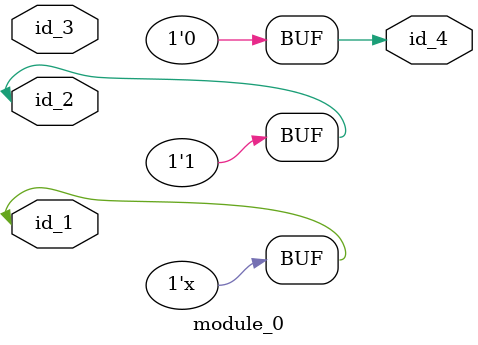
<source format=v>
`timescale 1 ps / 1 ps
module module_0 (
    id_1,
    id_2,
    id_3,
    id_4
);
  output id_4;
  input id_3;
  inout id_2;
  inout id_1;
  initial begin
    id_4 <= (1'b0);
    id_2 <= 1;
    id_1 = id_2;
  end
endmodule

</source>
